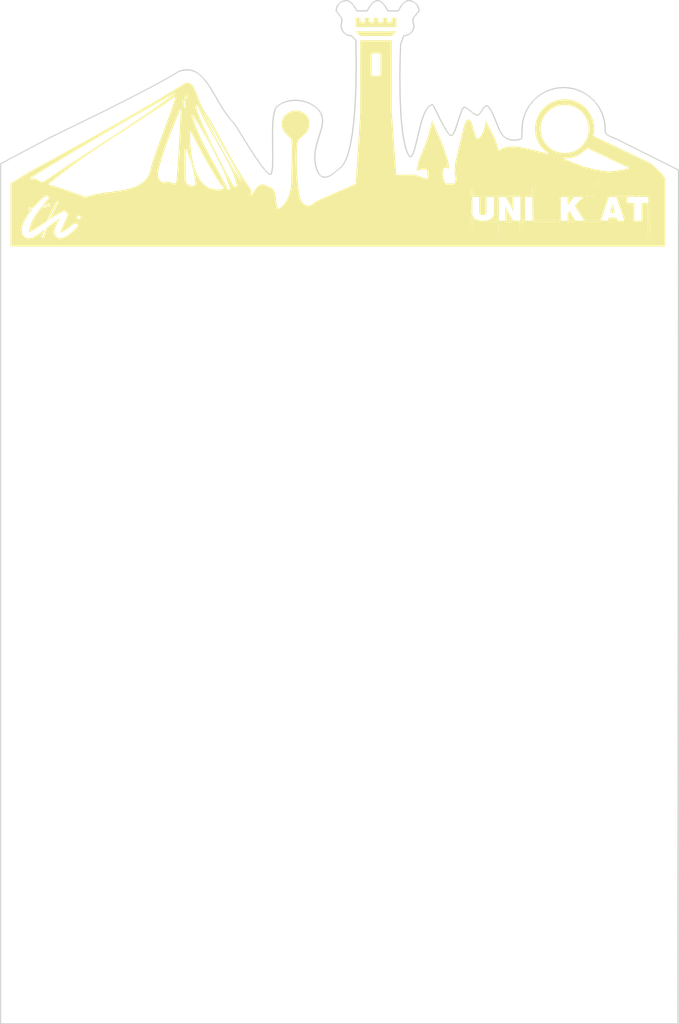
<source format=kicad_pcb>
(kicad_pcb (version 4) (host pcbnew 4.0.7)
  (layers (0 F.Cu signal) (31 B.Cu signal) (34 B.Paste user) (35 F.Paste user) (36 B.SilkS user) (37 F.SilkS user) (38 B.Mask user) (39 F.Mask user) (44 Edge.Cuts user))
  (net 0 "")
  (module LOGO (layer F.Cu) (at 0 0)
    (fp_text reference "G***" hide)
    (fp_text value "LOGO" hide)
  )
  (module LOGO (layer F.Cu) (at 0 0)
    (fp_text reference "G***" hide)
    (fp_text value "LOGO" hide)
  )
  (module LOGO (layer F.Cu) (at 0 0)
    (fp_text reference "G***" hide)
    (fp_text value "LOGO" hide)
  )
  (module LOGO (layer F.Cu) (at 0 0)
    (fp_text reference "G***" hide)
    (fp_text value "LOGO" hide)
  )
  (module LOGO (layer F.Cu) (at 0 0)
    (fp_text reference "G***" hide)
    (fp_text value "LOGO" hide)
  )
  (module LOGO (layer F.Cu) (at 0 0)
    (fp_text reference "G***" hide)
    (fp_text value "LOGO" hide)
  )
  (module LOGO (layer F.Cu) (at 0 0)
    (fp_text reference "G***" hide)
    (fp_text value "LOGO" hide)
  )
  (gr_line (start 5.001874 -38.303786) (end 4.961674 -37.075166) (layer Edge.Cuts) (width 0.1))
  (gr_line (start 4.961674 -37.075166) (end 4.943674 -35.784826) (layer Edge.Cuts) (width 0.1))
  (gr_line (start 4.943674 -35.784826) (end 4.955874 -34.261966) (layer Edge.Cuts) (width 0.1))
  (gr_line (start 4.955874 -34.261966) (end 4.980074 -33.464466) (layer Edge.Cuts) (width 0.1))
  (gr_line (start 4.980074 -33.464466) (end 5.019774 -32.670176) (layer Edge.Cuts) (width 0.1))
  (gr_line (start 5.019774 -32.670176) (end 5.077774 -31.899676) (layer Edge.Cuts) (width 0.1))
  (gr_line (start 5.077774 -31.899676) (end 5.156874 -31.173176) (layer Edge.Cuts) (width 0.1))
  (gr_line (start 5.156874 -31.173176) (end 5.259574 -30.511276) (layer Edge.Cuts) (width 0.1))
  (gr_line (start 5.259574 -30.511276) (end 5.388674 -29.934476) (layer Edge.Cuts) (width 0.1))
  (gr_line (start 5.388674 -29.934476) (end 5.463874 -29.684376) (layer Edge.Cuts) (width 0.1))
  (gr_line (start 5.463874 -29.684376) (end 5.546774 -29.463176) (layer Edge.Cuts) (width 0.1))
  (gr_line (start 5.546774 -29.463176) (end 5.637575 -29.273476) (layer Edge.Cuts) (width 0.1))
  (gr_line (start 5.637575 -29.273476) (end 5.736675 -29.117776) (layer Edge.Cuts) (width 0.1))
  (gr_line (start 5.736675 -29.117776) (end 5.793075 -29.110376) (layer Edge.Cuts) (width 0.1))
  (gr_line (start 5.793075 -29.110376) (end 5.846975 -29.128276) (layer Edge.Cuts) (width 0.1))
  (gr_line (start 5.846975 -29.128276) (end 5.898775 -29.169876) (layer Edge.Cuts) (width 0.1))
  (gr_line (start 5.898775 -29.169876) (end 5.948475 -29.233576) (layer Edge.Cuts) (width 0.1))
  (gr_line (start 5.948475 -29.233576) (end 6.043175 -29.420776) (layer Edge.Cuts) (width 0.1))
  (gr_line (start 6.043175 -29.420776) (end 6.133375 -29.676676) (layer Edge.Cuts) (width 0.1))
  (gr_line (start 6.133375 -29.676676) (end 6.308175 -30.342776) (layer Edge.Cuts) (width 0.1))
  (gr_line (start 6.308175 -30.342776) (end 6.490075 -31.127776) (layer Edge.Cuts) (width 0.1))
  (gr_line (start 6.490075 -31.127776) (end 6.695775 -31.927676) (layer Edge.Cuts) (width 0.1))
  (gr_line (start 6.695775 -31.927676) (end 6.812975 -32.300576) (layer Edge.Cuts) (width 0.1))
  (gr_line (start 6.812975 -32.300576) (end 6.942475 -32.638076) (layer Edge.Cuts) (width 0.1))
  (gr_line (start 6.942475 -32.638076) (end 7.086375 -32.927176) (layer Edge.Cuts) (width 0.1))
  (gr_line (start 7.086375 -32.927176) (end 7.246875 -33.154976) (layer Edge.Cuts) (width 0.1))
  (gr_line (start 7.246875 -33.154976) (end 7.333975 -33.241676) (layer Edge.Cuts) (width 0.1))
  (gr_line (start 7.333975 -33.241676) (end 7.426075 -33.308276) (layer Edge.Cuts) (width 0.1))
  (gr_line (start 7.426075 -33.308276) (end 7.523375 -33.352936) (layer Edge.Cuts) (width 0.1))
  (gr_line (start 7.523375 -33.352936) (end 7.626075 -33.374126) (layer Edge.Cuts) (width 0.1))
  (gr_line (start 7.626075 -33.374126) (end 7.697475 -33.266976) (layer Edge.Cuts) (width 0.1))
  (gr_line (start 7.697475 -33.266976) (end 7.843075 -32.980676) (layer Edge.Cuts) (width 0.1))
  (gr_line (start 7.843075 -32.980676) (end 8.276675 -32.109276) (layer Edge.Cuts) (width 0.1))
  (gr_line (start 8.276675 -32.109276) (end 8.524475 -31.643776) (layer Edge.Cuts) (width 0.1))
  (gr_line (start 8.524475 -31.643776) (end 8.766275 -31.237876) (layer Edge.Cuts) (width 0.1))
  (gr_line (start 8.766275 -31.237876) (end 8.878575 -31.075976) (layer Edge.Cuts) (width 0.1))
  (gr_line (start 8.878575 -31.075976) (end 8.981875 -30.951476) (layer Edge.Cuts) (width 0.1))
  (gr_line (start 8.981875 -30.951476) (end 9.073575 -30.871676) (layer Edge.Cuts) (width 0.1))
  (gr_line (start 9.073575 -30.871676) (end 9.151275 -30.844076) (layer Edge.Cuts) (width 0.1))
  (gr_line (start 9.151275 -30.844076) (end 9.221475 -30.872076) (layer Edge.Cuts) (width 0.1))
  (gr_line (start 9.221475 -30.872076) (end 9.292575 -30.949276) (layer Edge.Cuts) (width 0.1))
  (gr_line (start 9.292575 -30.949276) (end 9.364075 -31.068276) (layer Edge.Cuts) (width 0.1))
  (gr_line (start 9.364075 -31.068276) (end 9.435975 -31.222176) (layer Edge.Cuts) (width 0.1))
  (gr_line (start 9.435975 -31.222176) (end 9.579575 -31.605276) (layer Edge.Cuts) (width 0.1))
  (gr_line (start 9.579575 -31.605276) (end 9.721575 -32.041276) (layer Edge.Cuts) (width 0.1))
  (gr_line (start 9.721575 -32.041276) (end 9.859875 -32.472576) (layer Edge.Cuts) (width 0.1))
  (gr_line (start 9.859875 -32.472576) (end 9.992775 -32.841876) (layer Edge.Cuts) (width 0.1))
  (gr_line (start 9.992775 -32.841876) (end 10.056575 -32.985276) (layer Edge.Cuts) (width 0.1))
  (gr_line (start 10.056575 -32.985276) (end 10.118175 -33.091576) (layer Edge.Cuts) (width 0.1))
  (gr_line (start 10.118175 -33.091576) (end 10.177575 -33.153676) (layer Edge.Cuts) (width 0.1))
  (gr_line (start 10.177575 -33.153676) (end 10.234275 -33.164276) (layer Edge.Cuts) (width 0.1))
  (gr_line (start 10.234275 -33.164276) (end 10.367775 -33.110176) (layer Edge.Cuts) (width 0.1))
  (gr_line (start 10.367775 -33.110176) (end 10.492075 -33.038776) (layer Edge.Cuts) (width 0.1))
  (gr_line (start 10.492075 -33.038776) (end 10.725175 -32.864276) (layer Edge.Cuts) (width 0.1))
  (gr_line (start 10.725175 -32.864276) (end 10.957075 -32.680976) (layer Edge.Cuts) (width 0.1))
  (gr_line (start 10.957075 -32.680976) (end 11.079975 -32.598476) (layer Edge.Cuts) (width 0.1))
  (gr_line (start 11.079975 -32.598476) (end 11.211375 -32.528876) (layer Edge.Cuts) (width 0.1))
  (gr_line (start 11.211375 -32.528876) (end 11.278475 -32.513376) (layer Edge.Cuts) (width 0.1))
  (gr_line (start 11.278475 -32.513376) (end 11.343275 -32.525776) (layer Edge.Cuts) (width 0.1))
  (gr_line (start 11.343275 -32.525776) (end 11.405975 -32.561676) (layer Edge.Cuts) (width 0.1))
  (gr_line (start 11.405975 -32.561676) (end 11.467175 -32.616876) (layer Edge.Cuts) (width 0.1))
  (gr_line (start 11.467175 -32.616876) (end 11.585575 -32.767676) (layer Edge.Cuts) (width 0.1))
  (gr_line (start 11.585575 -32.767676) (end 11.701075 -32.943876) (layer Edge.Cuts) (width 0.1))
  (gr_line (start 11.701075 -32.943876) (end 11.815975 -33.110976) (layer Edge.Cuts) (width 0.1))
  (gr_line (start 11.815975 -33.110976) (end 11.932875 -33.234576) (layer Edge.Cuts) (width 0.1))
  (gr_line (start 11.932875 -33.234576) (end 11.992875 -33.269376) (layer Edge.Cuts) (width 0.1))
  (gr_line (start 11.992875 -33.269376) (end 12.054175 -33.280376) (layer Edge.Cuts) (width 0.1))
  (gr_line (start 12.054175 -33.280376) (end 12.117275 -33.263276) (layer Edge.Cuts) (width 0.1))
  (gr_line (start 12.117275 -33.263276) (end 12.182375 -33.213876) (layer Edge.Cuts) (width 0.1))
  (gr_line (start 12.182375 -33.213876) (end 12.311875 -33.055376) (layer Edge.Cuts) (width 0.1))
  (gr_line (start 12.311875 -33.055376) (end 12.435675 -32.854776) (layer Edge.Cuts) (width 0.1))
  (gr_line (start 12.435675 -32.854776) (end 12.554175 -32.621976) (layer Edge.Cuts) (width 0.1))
  (gr_line (start 12.554175 -32.621976) (end 12.668075 -32.366876) (layer Edge.Cuts) (width 0.1))
  (gr_line (start 12.668075 -32.366876) (end 13.085475 -31.322476) (layer Edge.Cuts) (width 0.1))
  (gr_line (start 13.085475 -31.322476) (end 13.196075 -31.101376) (layer Edge.Cuts) (width 0.1))
  (gr_line (start 13.196075 -31.101376) (end 13.321075 -30.920076) (layer Edge.Cuts) (width 0.1))
  (gr_line (start 13.321075 -30.920076) (end 13.457675 -30.775076) (layer Edge.Cuts) (width 0.1))
  (gr_line (start 13.457675 -30.775076) (end 13.602775 -30.662776) (layer Edge.Cuts) (width 0.1))
  (gr_line (start 13.602775 -30.662776) (end 13.753375 -30.579776) (layer Edge.Cuts) (width 0.1))
  (gr_line (start 13.753375 -30.579776) (end 13.906575 -30.522376) (layer Edge.Cuts) (width 0.1))
  (gr_line (start 13.906575 -30.522376) (end 14.059375 -30.487276) (layer Edge.Cuts) (width 0.1))
  (gr_line (start 14.059375 -30.487276) (end 14.208775 -30.470676) (layer Edge.Cuts) (width 0.1))
  (gr_line (start 14.208775 -30.470676) (end 14.485275 -30.479576) (layer Edge.Cuts) (width 0.1))
  (gr_line (start 14.485275 -30.479576) (end 14.712375 -30.520776) (layer Edge.Cuts) (width 0.1))
  (gr_line (start 14.712375 -30.520776) (end 14.922675 -30.587576) (layer Edge.Cuts) (width 0.1))
  (gr_line (start 14.922675 -30.587576) (end 14.957975 -31.371276) (layer Edge.Cuts) (width 0.1))
  (gr_line (start 14.957975 -31.371276) (end 14.975575 -31.719276) (layer Edge.Cuts) (width 0.1))
  (gr_line (start 14.975575 -31.719276) (end 15.027075 -32.057276) (layer Edge.Cuts) (width 0.1))
  (gr_line (start 15.027075 -32.057276) (end 15.110975 -32.383476) (layer Edge.Cuts) (width 0.1))
  (gr_line (start 15.110975 -32.383476) (end 15.225475 -32.696176) (layer Edge.Cuts) (width 0.1))
  (gr_line (start 15.225475 -32.696176) (end 15.368775 -32.993776) (layer Edge.Cuts) (width 0.1))
  (gr_line (start 15.368775 -32.993776) (end 15.539275 -33.274376) (layer Edge.Cuts) (width 0.1))
  (gr_line (start 15.539275 -33.274376) (end 15.735275 -33.536426) (layer Edge.Cuts) (width 0.1))
  (gr_line (start 15.735275 -33.536426) (end 15.954875 -33.778146) (layer Edge.Cuts) (width 0.1))
  (gr_line (start 15.954875 -33.778146) (end 16.196675 -33.997826) (layer Edge.Cuts) (width 0.1))
  (gr_line (start 16.196675 -33.997826) (end 16.458675 -34.193776) (layer Edge.Cuts) (width 0.1))
  (gr_line (start 16.458675 -34.193776) (end 16.739275 -34.364266) (layer Edge.Cuts) (width 0.1))
  (gr_line (start 16.739275 -34.364266) (end 17.036875 -34.507606) (layer Edge.Cuts) (width 0.1))
  (gr_line (start 17.036875 -34.507606) (end 17.349575 -34.622056) (layer Edge.Cuts) (width 0.1))
  (gr_line (start 17.349575 -34.622056) (end 17.675775 -34.705936) (layer Edge.Cuts) (width 0.1))
  (gr_line (start 17.675775 -34.705936) (end 18.013775 -34.757516) (layer Edge.Cuts) (width 0.1))
  (gr_line (start 18.013775 -34.757516) (end 18.361775 -34.775086) (layer Edge.Cuts) (width 0.1))
  (gr_line (start 18.361775 -34.775086) (end 18.709775 -34.757516) (layer Edge.Cuts) (width 0.1))
  (gr_line (start 18.709775 -34.757516) (end 19.047775 -34.705936) (layer Edge.Cuts) (width 0.1))
  (gr_line (start 19.047775 -34.705936) (end 19.373975 -34.622056) (layer Edge.Cuts) (width 0.1))
  (gr_line (start 19.373975 -34.622056) (end 19.686675 -34.507606) (layer Edge.Cuts) (width 0.1))
  (gr_line (start 19.686675 -34.507606) (end 19.984175 -34.364266) (layer Edge.Cuts) (width 0.1))
  (gr_line (start 19.984175 -34.364266) (end 20.264875 -34.193776) (layer Edge.Cuts) (width 0.1))
  (gr_line (start 20.264875 -34.193776) (end 20.526875 -33.997826) (layer Edge.Cuts) (width 0.1))
  (gr_line (start 20.526875 -33.997826) (end 20.768575 -33.778146) (layer Edge.Cuts) (width 0.1))
  (gr_line (start 20.768575 -33.778146) (end 20.988275 -33.536426) (layer Edge.Cuts) (width 0.1))
  (gr_line (start 20.988275 -33.536426) (end 21.184275 -33.274376) (layer Edge.Cuts) (width 0.1))
  (gr_line (start 21.184275 -33.274376) (end 21.354675 -32.993776) (layer Edge.Cuts) (width 0.1))
  (gr_line (start 21.354675 -32.993776) (end 21.498075 -32.696176) (layer Edge.Cuts) (width 0.1))
  (gr_line (start 21.498075 -32.696176) (end 21.612475 -32.383476) (layer Edge.Cuts) (width 0.1))
  (gr_line (start 21.612475 -32.383476) (end 21.696375 -32.057276) (layer Edge.Cuts) (width 0.1))
  (gr_line (start 21.696375 -32.057276) (end 21.747975 -31.719276) (layer Edge.Cuts) (width 0.1))
  (gr_line (start 21.747975 -31.719276) (end 21.765575 -31.371276) (layer Edge.Cuts) (width 0.1))
  (gr_line (start 21.765575 -31.371276) (end 21.765075 -31.284776) (layer Edge.Cuts) (width 0.1))
  (gr_line (start 21.765075 -31.284776) (end 21.774675 -31.193476) (layer Edge.Cuts) (width 0.1))
  (gr_line (start 21.774675 -31.193476) (end 21.799875 -31.084876) (layer Edge.Cuts) (width 0.1))
  (gr_line (start 21.799875 -31.084876) (end 21.859375 -30.988476) (layer Edge.Cuts) (width 0.1))
  (gr_line (start 21.859375 -30.988476) (end 21.965375 -30.896876) (layer Edge.Cuts) (width 0.1))
  (gr_line (start 21.965375 -30.896876) (end 22.101175 -30.812676) (layer Edge.Cuts) (width 0.1))
  (gr_line (start 22.101175 -30.812676) (end 22.249975 -30.738176) (layer Edge.Cuts) (width 0.1))
  (gr_line (start 22.249975 -30.738176) (end 22.519275 -30.628476) (layer Edge.Cuts) (width 0.1))
  (gr_line (start 22.519275 -30.628476) (end 22.638875 -30.587576) (layer Edge.Cuts) (width 0.1))
  (gr_line (start 22.638875 -30.587576) (end 22.638875 -30.587576) (layer Edge.Cuts) (width 0.1))
  (gr_line (start 22.638875 -30.587576) (end 27.783075 -28.015476) (layer Edge.Cuts) (width 0.1))
  (gr_line (start 27.783075 -28.015476) (end 27.731475 41.896526) (layer Edge.Cuts) (width 0.1))
  (gr_line (start 27.731475 41.896526) (end -27.783042 41.896526) (layer Edge.Cuts) (width 0.1))
  (gr_line (start -27.783042 41.896526) (end -27.783042 -28.537076) (layer Edge.Cuts) (width 0.1))
  (gr_line (start -27.783042 -28.537076) (end -23.700946 -30.701076) (layer Edge.Cuts) (width 0.1))
  (gr_line (start -23.700946 -30.701076) (end -22.386156 -31.333676) (layer Edge.Cuts) (width 0.1))
  (gr_line (start -22.386156 -31.333676) (end -19.317306 -32.838076) (layer Edge.Cuts) (width 0.1))
  (gr_line (start -19.317306 -32.838076) (end -17.535526 -33.732896) (layer Edge.Cuts) (width 0.1))
  (gr_line (start -17.535526 -33.732896) (end -15.807726 -34.624436) (layer Edge.Cuts) (width 0.1))
  (gr_line (start -15.807726 -34.624436) (end -14.298026 -35.438986) (layer Edge.Cuts) (width 0.1))
  (gr_line (start -14.298026 -35.438986) (end -13.676326 -35.794336) (layer Edge.Cuts) (width 0.1))
  (gr_line (start -13.676326 -35.794336) (end -13.170726 -36.102786) (layer Edge.Cuts) (width 0.1))
  (gr_line (start -13.170726 -36.102786) (end -12.961226 -36.167036) (layer Edge.Cuts) (width 0.1))
  (gr_line (start -12.961226 -36.167036) (end -12.761726 -36.207996) (layer Edge.Cuts) (width 0.1))
  (gr_line (start -12.761726 -36.207996) (end -12.571726 -36.226706) (layer Edge.Cuts) (width 0.1))
  (gr_line (start -12.571726 -36.226706) (end -12.390626 -36.224226) (layer Edge.Cuts) (width 0.1))
  (gr_line (start -12.390626 -36.224226) (end -12.217826 -36.201606) (layer Edge.Cuts) (width 0.1))
  (gr_line (start -12.217826 -36.201606) (end -12.052726 -36.159896) (layer Edge.Cuts) (width 0.1))
  (gr_line (start -12.052726 -36.159896) (end -11.894826 -36.100146) (layer Edge.Cuts) (width 0.1))
  (gr_line (start -11.894826 -36.100146) (end -11.743526 -36.023406) (layer Edge.Cuts) (width 0.1))
  (gr_line (start -11.743526 -36.023406) (end -11.598226 -35.930726) (layer Edge.Cuts) (width 0.1))
  (gr_line (start -11.598226 -35.930726) (end -11.458426 -35.823156) (layer Edge.Cuts) (width 0.1))
  (gr_line (start -11.458426 -35.823156) (end -11.193026 -35.567556) (layer Edge.Cuts) (width 0.1))
  (gr_line (start -11.193026 -35.567556) (end -10.942826 -35.265006) (layer Edge.Cuts) (width 0.1))
  (gr_line (start -10.942826 -35.265006) (end -10.703126 -34.923926) (layer Edge.Cuts) (width 0.1))
  (gr_line (start -10.703126 -34.923926) (end -10.469426 -34.552706) (layer Edge.Cuts) (width 0.1))
  (gr_line (start -10.469426 -34.552706) (end -10.237226 -34.159756) (layer Edge.Cuts) (width 0.1))
  (gr_line (start -10.237226 -34.159756) (end -9.759326 -33.342296) (layer Edge.Cuts) (width 0.1))
  (gr_line (start -9.759326 -33.342296) (end -9.504526 -32.934576) (layer Edge.Cuts) (width 0.1))
  (gr_line (start -9.504526 -32.934576) (end -9.233026 -32.538776) (layer Edge.Cuts) (width 0.1))
  (gr_line (start -9.233026 -32.538776) (end -8.940426 -32.163276) (layer Edge.Cuts) (width 0.1))
  (gr_line (start -8.940426 -32.163276) (end -8.622126 -31.816476) (layer Edge.Cuts) (width 0.1))
  (gr_line (start -8.622126 -31.816476) (end -8.220326 -31.178576) (layer Edge.Cuts) (width 0.1))
  (gr_line (start -8.220326 -31.178576) (end -7.397726 -29.855476) (layer Edge.Cuts) (width 0.1))
  (gr_line (start -7.397726 -29.855476) (end -6.928326 -29.134776) (layer Edge.Cuts) (width 0.1))
  (gr_line (start -6.928326 -29.134776) (end -6.473426 -28.480076) (layer Edge.Cuts) (width 0.1))
  (gr_line (start -6.473426 -28.480076) (end -6.072626 -27.970376) (layer Edge.Cuts) (width 0.1))
  (gr_line (start -6.072626 -27.970376) (end -5.905126 -27.794676) (layer Edge.Cuts) (width 0.1))
  (gr_line (start -5.905126 -27.794676) (end -5.766026 -27.684876) (layer Edge.Cuts) (width 0.1))
  (gr_line (start -5.766026 -27.684876) (end -5.708626 -27.664376) (layer Edge.Cuts) (width 0.1))
  (gr_line (start -5.708626 -27.664376) (end -5.659126 -27.675276) (layer Edge.Cuts) (width 0.1))
  (gr_line (start -5.659126 -27.675276) (end -5.617026 -27.715576) (layer Edge.Cuts) (width 0.1))
  (gr_line (start -5.617026 -27.715576) (end -5.581726 -27.783476) (layer Edge.Cuts) (width 0.1))
  (gr_line (start -5.581726 -27.783476) (end -5.529526 -27.994476) (layer Edge.Cuts) (width 0.1))
  (gr_line (start -5.529526 -27.994476) (end -5.497826 -28.293176) (layer Edge.Cuts) (width 0.1))
  (gr_line (start -5.497826 -28.293176) (end -5.479026 -29.093276) (layer Edge.Cuts) (width 0.1))
  (gr_line (start -5.479026 -29.093276) (end -5.490126 -30.063076) (layer Edge.Cuts) (width 0.1))
  (gr_line (start -5.490126 -30.063076) (end -5.495626 -31.081976) (layer Edge.Cuts) (width 0.1))
  (gr_line (start -5.495626 -31.081976) (end -5.485426 -31.572176) (layer Edge.Cuts) (width 0.1))
  (gr_line (start -5.485426 -31.572176) (end -5.460526 -32.029276) (layer Edge.Cuts) (width 0.1))
  (gr_line (start -5.460526 -32.029276) (end -5.416626 -32.438476) (layer Edge.Cuts) (width 0.1))
  (gr_line (start -5.416626 -32.438476) (end -5.349326 -32.784376) (layer Edge.Cuts) (width 0.1))
  (gr_line (start -5.349326 -32.784376) (end -5.254226 -33.052176) (layer Edge.Cuts) (width 0.1))
  (gr_line (start -5.254226 -33.052176) (end -5.194926 -33.151976) (layer Edge.Cuts) (width 0.1))
  (gr_line (start -5.194926 -33.151976) (end -5.126926 -33.226576) (layer Edge.Cuts) (width 0.1))
  (gr_line (start -5.126926 -33.226576) (end -4.935626 -33.369576) (layer Edge.Cuts) (width 0.1))
  (gr_line (start -4.935626 -33.369576) (end -4.730526 -33.487796) (layer Edge.Cuts) (width 0.1))
  (gr_line (start -4.730526 -33.487796) (end -4.513926 -33.581996) (layer Edge.Cuts) (width 0.1))
  (gr_line (start -4.513926 -33.581996) (end -4.288326 -33.652886) (layer Edge.Cuts) (width 0.1))
  (gr_line (start -4.288326 -33.652886) (end -4.055926 -33.701206) (layer Edge.Cuts) (width 0.1))
  (gr_line (start -4.055926 -33.701206) (end -3.819026 -33.727666) (layer Edge.Cuts) (width 0.1))
  (gr_line (start -3.819026 -33.727666) (end -3.580126 -33.732976) (layer Edge.Cuts) (width 0.1))
  (gr_line (start -3.580126 -33.732976) (end -3.341526 -33.717876) (layer Edge.Cuts) (width 0.1))
  (gr_line (start -3.341526 -33.717876) (end -3.105626 -33.683066) (layer Edge.Cuts) (width 0.1))
  (gr_line (start -3.105626 -33.683066) (end -2.874626 -33.629266) (layer Edge.Cuts) (width 0.1))
  (gr_line (start -2.874626 -33.629266) (end -2.650926 -33.557216) (layer Edge.Cuts) (width 0.1))
  (gr_line (start -2.650926 -33.557216) (end -2.436926 -33.467606) (layer Edge.Cuts) (width 0.1))
  (gr_line (start -2.436926 -33.467606) (end -2.235026 -33.361186) (layer Edge.Cuts) (width 0.1))
  (gr_line (start -2.235026 -33.361186) (end -2.047426 -33.238676) (layer Edge.Cuts) (width 0.1))
  (gr_line (start -2.047426 -33.238676) (end -1.876526 -33.100776) (layer Edge.Cuts) (width 0.1))
  (gr_line (start -1.876526 -33.100776) (end -1.724726 -32.948176) (layer Edge.Cuts) (width 0.1))
  (gr_line (start -1.724726 -32.948176) (end -1.560126 -32.721676) (layer Edge.Cuts) (width 0.1))
  (gr_line (start -1.560126 -32.721676) (end -1.455326 -32.487076) (layer Edge.Cuts) (width 0.1))
  (gr_line (start -1.455326 -32.487076) (end -1.402626 -32.243976) (layer Edge.Cuts) (width 0.1))
  (gr_line (start -1.402626 -32.243976) (end -1.394126 -31.992076) (layer Edge.Cuts) (width 0.1))
  (gr_line (start -1.394126 -31.992076) (end -1.422026 -31.731276) (layer Edge.Cuts) (width 0.1))
  (gr_line (start -1.422026 -31.731276) (end -1.478626 -31.461276) (layer Edge.Cuts) (width 0.1))
  (gr_line (start -1.478626 -31.461276) (end -1.646726 -30.892476) (layer Edge.Cuts) (width 0.1))
  (gr_line (start -1.646726 -30.892476) (end -1.836226 -30.283676) (layer Edge.Cuts) (width 0.1))
  (gr_line (start -1.836226 -30.283676) (end -1.919526 -29.963676) (layer Edge.Cuts) (width 0.1))
  (gr_line (start -1.919526 -29.963676) (end -1.984726 -29.632876) (layer Edge.Cuts) (width 0.1))
  (gr_line (start -1.984726 -29.632876) (end -2.024226 -29.291076) (layer Edge.Cuts) (width 0.1))
  (gr_line (start -2.024226 -29.291076) (end -2.030126 -28.937976) (layer Edge.Cuts) (width 0.1))
  (gr_line (start -2.030126 -28.937976) (end -1.994626 -28.573376) (layer Edge.Cuts) (width 0.1))
  (gr_line (start -1.994626 -28.573376) (end -1.910026 -28.196976) (layer Edge.Cuts) (width 0.1))
  (gr_line (start -1.910026 -28.196976) (end -1.814826 -27.931876) (layer Edge.Cuts) (width 0.1))
  (gr_line (start -1.814826 -27.931876) (end -1.705726 -27.730376) (layer Edge.Cuts) (width 0.1))
  (gr_line (start -1.705726 -27.730376) (end -1.585126 -27.586276) (layer Edge.Cuts) (width 0.1))
  (gr_line (start -1.585126 -27.586276) (end -1.455326 -27.493376) (layer Edge.Cuts) (width 0.1))
  (gr_line (start -1.455326 -27.493376) (end -1.318726 -27.445476) (layer Edge.Cuts) (width 0.1))
  (gr_line (start -1.318726 -27.445476) (end -1.177726 -27.436476) (layer Edge.Cuts) (width 0.1))
  (gr_line (start -1.177726 -27.436476) (end -1.034626 -27.460076) (layer Edge.Cuts) (width 0.1))
  (gr_line (start -1.034626 -27.460076) (end -0.891826 -27.510076) (layer Edge.Cuts) (width 0.1))
  (gr_line (start -0.891826 -27.510076) (end -0.751726 -27.580476) (layer Edge.Cuts) (width 0.1))
  (gr_line (start -0.751726 -27.580476) (end -0.616626 -27.664876) (layer Edge.Cuts) (width 0.1))
  (gr_line (start -0.616626 -27.664876) (end -0.371226 -27.851176) (layer Edge.Cuts) (width 0.1))
  (gr_line (start -0.371226 -27.851176) (end -0.174626 -28.019576) (layer Edge.Cuts) (width 0.1))
  (gr_line (start -0.174626 -28.019576) (end -0.045626 -28.120676) (layer Edge.Cuts) (width 0.1))
  (gr_line (start -0.045626 -28.120676) (end 0.111374 -28.238676) (layer Edge.Cuts) (width 0.1))
  (gr_line (start 0.111374 -28.238676) (end 0.256574 -28.403476) (layer Edge.Cuts) (width 0.1))
  (gr_line (start 0.256574 -28.403476) (end 0.390274 -28.611776) (layer Edge.Cuts) (width 0.1))
  (gr_line (start 0.390274 -28.611776) (end 0.513074 -28.860276) (layer Edge.Cuts) (width 0.1))
  (gr_line (start 0.513074 -28.860276) (end 0.625274 -29.145676) (layer Edge.Cuts) (width 0.1))
  (gr_line (start 0.625274 -29.145676) (end 0.727374 -29.464576) (layer Edge.Cuts) (width 0.1))
  (gr_line (start 0.727374 -29.464576) (end 0.819874 -29.813776) (layer Edge.Cuts) (width 0.1))
  (gr_line (start 0.819874 -29.813776) (end 0.903174 -30.189876) (layer Edge.Cuts) (width 0.1))
  (gr_line (start 0.903174 -30.189876) (end 1.044074 -31.009576) (layer Edge.Cuts) (width 0.1))
  (gr_line (start 1.044074 -31.009576) (end 1.153674 -31.897176) (layer Edge.Cuts) (width 0.1))
  (gr_line (start 1.153674 -31.897176) (end 1.235674 -32.826076) (layer Edge.Cuts) (width 0.1))
  (gr_line (start 1.235674 -32.826076) (end 1.293574 -33.769876) (layer Edge.Cuts) (width 0.1))
  (gr_line (start 1.293574 -33.769876) (end 1.331174 -34.701986) (layer Edge.Cuts) (width 0.1))
  (gr_line (start 1.331174 -34.701986) (end 1.351874 -35.595886) (layer Edge.Cuts) (width 0.1))
  (gr_line (start 1.351874 -35.595886) (end 1.357674 -37.162926) (layer Edge.Cuts) (width 0.1))
  (gr_line (start 1.357674 -37.162926) (end 1.339874 -38.258786) (layer Edge.Cuts) (width 0.1))
  (gr_line (start 1.339874 -38.258786) (end 1.327474 -38.671226) (layer Edge.Cuts) (width 0.1))
  (gr_line (start 1.327474 -38.671226) (end 0.963174 -39.018156) (layer Edge.Cuts) (width 0.1))
  (gr_line (start 0.963174 -39.018156) (end 0.792874 -39.035426) (layer Edge.Cuts) (width 0.1))
  (gr_line (start 0.792874 -39.035426) (end 0.634274 -39.084756) (layer Edge.Cuts) (width 0.1))
  (gr_line (start 0.634274 -39.084756) (end 0.490774 -39.162756) (layer Edge.Cuts) (width 0.1))
  (gr_line (start 0.490774 -39.162756) (end 0.365674 -39.266026) (layer Edge.Cuts) (width 0.1))
  (gr_line (start 0.365674 -39.266026) (end 0.262574 -39.391166) (layer Edge.Cuts) (width 0.1))
  (gr_line (start 0.262574 -39.391166) (end 0.184674 -39.534766) (layer Edge.Cuts) (width 0.1))
  (gr_line (start 0.184674 -39.534766) (end 0.135574 -39.693436) (layer Edge.Cuts) (width 0.1))
  (gr_line (start 0.135574 -39.693436) (end 0.118474 -39.863766) (layer Edge.Cuts) (width 0.1))
  (gr_line (start 0.118474 -39.863766) (end 0.166574 -40.071896) (layer Edge.Cuts) (width 0.1))
  (gr_line (start 0.166574 -40.071896) (end 0.187574 -40.231906) (layer Edge.Cuts) (width 0.1))
  (gr_line (start 0.187574 -40.231906) (end 0.181074 -40.359336) (layer Edge.Cuts) (width 0.1))
  (gr_line (start 0.181074 -40.359336) (end 0.146574 -40.469736) (layer Edge.Cuts) (width 0.1))
  (gr_line (start 0.146574 -40.469736) (end 0.083674 -40.578636) (layer Edge.Cuts) (width 0.1))
  (gr_line (start 0.083674 -40.578636) (end -0.007926 -40.701596) (layer Edge.Cuts) (width 0.1))
  (gr_line (start -0.007926 -40.701596) (end -0.279026 -41.051826) (layer Edge.Cuts) (width 0.1))
  (gr_line (start -0.279026 -41.051826) (end -0.261826 -41.222026) (layer Edge.Cuts) (width 0.1))
  (gr_line (start -0.261826 -41.222026) (end -0.212526 -41.380556) (layer Edge.Cuts) (width 0.1))
  (gr_line (start -0.212526 -41.380556) (end -0.134626 -41.524006) (layer Edge.Cuts) (width 0.1))
  (gr_line (start -0.134626 -41.524006) (end -0.031426 -41.649006) (layer Edge.Cuts) (width 0.1))
  (gr_line (start -0.031426 -41.649006) (end 0.093574 -41.752146) (layer Edge.Cuts) (width 0.1))
  (gr_line (start 0.093574 -41.752146) (end 0.236974 -41.830056) (layer Edge.Cuts) (width 0.1))
  (gr_line (start 0.236974 -41.830056) (end 0.395474 -41.879326) (layer Edge.Cuts) (width 0.1))
  (gr_line (start 0.395474 -41.879326) (end 0.565674 -41.896566) (layer Edge.Cuts) (width 0.1))
  (gr_line (start 0.565674 -41.896566) (end 0.652174 -41.887116) (layer Edge.Cuts) (width 0.1))
  (gr_line (start 0.652174 -41.887116) (end 0.736074 -41.860326) (layer Edge.Cuts) (width 0.1))
  (gr_line (start 0.736074 -41.860326) (end 0.894774 -41.764666) (layer Edge.Cuts) (width 0.1))
  (gr_line (start 0.894774 -41.764666) (end 1.038374 -41.629376) (layer Edge.Cuts) (width 0.1))
  (gr_line (start 1.038374 -41.629376) (end 1.163574 -41.474276) (layer Edge.Cuts) (width 0.1))
  (gr_line (start 1.163574 -41.474276) (end 1.344874 -41.183846) (layer Edge.Cuts) (width 0.1))
  (gr_line (start 1.344874 -41.183846) (end 1.411374 -41.051826) (layer Edge.Cuts) (width 0.1))
  (gr_line (start 1.411374 -41.051826) (end 2.265674 -41.051826) (layer Edge.Cuts) (width 0.1))
  (gr_line (start 2.265674 -41.051826) (end 2.332174 -41.183846) (layer Edge.Cuts) (width 0.1))
  (gr_line (start 2.332174 -41.183846) (end 2.513474 -41.474276) (layer Edge.Cuts) (width 0.1))
  (gr_line (start 2.513474 -41.474276) (end 2.638574 -41.629376) (layer Edge.Cuts) (width 0.1))
  (gr_line (start 2.638574 -41.629376) (end 2.782274 -41.764666) (layer Edge.Cuts) (width 0.1))
  (gr_line (start 2.782274 -41.764666) (end 2.940974 -41.860326) (layer Edge.Cuts) (width 0.1))
  (gr_line (start 2.940974 -41.860326) (end 3.024874 -41.887116) (layer Edge.Cuts) (width 0.1))
  (gr_line (start 3.024874 -41.887116) (end 3.111274 -41.896566) (layer Edge.Cuts) (width 0.1))
  (gr_line (start 3.111274 -41.896566) (end 3.197674 -41.887036) (layer Edge.Cuts) (width 0.1))
  (gr_line (start 3.197674 -41.887036) (end 3.281474 -41.860196) (layer Edge.Cuts) (width 0.1))
  (gr_line (start 3.281474 -41.860196) (end 3.440074 -41.764466) (layer Edge.Cuts) (width 0.1))
  (gr_line (start 3.440074 -41.764466) (end 3.583574 -41.629166) (layer Edge.Cuts) (width 0.1))
  (gr_line (start 3.583574 -41.629166) (end 3.708574 -41.474096) (layer Edge.Cuts) (width 0.1))
  (gr_line (start 3.708574 -41.474096) (end 3.889674 -41.183776) (layer Edge.Cuts) (width 0.1))
  (gr_line (start 3.889674 -41.183776) (end 3.956074 -41.051826) (layer Edge.Cuts) (width 0.1))
  (gr_line (start 3.956074 -41.051826) (end 4.811274 -41.051826) (layer Edge.Cuts) (width 0.1))
  (gr_line (start 4.811274 -41.051826) (end 4.877674 -41.183776) (layer Edge.Cuts) (width 0.1))
  (gr_line (start 4.877674 -41.183776) (end 5.058774 -41.474096) (layer Edge.Cuts) (width 0.1))
  (gr_line (start 5.058774 -41.474096) (end 5.183774 -41.629166) (layer Edge.Cuts) (width 0.1))
  (gr_line (start 5.183774 -41.629166) (end 5.327274 -41.764466) (layer Edge.Cuts) (width 0.1))
  (gr_line (start 5.327274 -41.764466) (end 5.485774 -41.860196) (layer Edge.Cuts) (width 0.1))
  (gr_line (start 5.485774 -41.860196) (end 5.569675 -41.887036) (layer Edge.Cuts) (width 0.1))
  (gr_line (start 5.569675 -41.887036) (end 5.655975 -41.896566) (layer Edge.Cuts) (width 0.1))
  (gr_line (start 5.655975 -41.896566) (end 5.826375 -41.879476) (layer Edge.Cuts) (width 0.1))
  (gr_line (start 5.826375 -41.879476) (end 5.984975 -41.830306) (layer Edge.Cuts) (width 0.1))
  (gr_line (start 5.984975 -41.830306) (end 6.128575 -41.752456) (layer Edge.Cuts) (width 0.1))
  (gr_line (start 6.128575 -41.752456) (end 6.253775 -41.649316) (layer Edge.Cuts) (width 0.1))
  (gr_line (start 6.253775 -41.649316) (end 6.356975 -41.524286) (layer Edge.Cuts) (width 0.1))
  (gr_line (start 6.356975 -41.524286) (end 6.434975 -41.380766) (layer Edge.Cuts) (width 0.1))
  (gr_line (start 6.434975 -41.380766) (end 6.484375 -41.222146) (layer Edge.Cuts) (width 0.1))
  (gr_line (start 6.484375 -41.222146) (end 6.501575 -41.051826) (layer Edge.Cuts) (width 0.1))
  (gr_line (start 6.501575 -41.051826) (end 6.385075 -40.889816) (layer Edge.Cuts) (width 0.1))
  (gr_line (start 6.385075 -40.889816) (end 6.270375 -40.754506) (layer Edge.Cuts) (width 0.1))
  (gr_line (start 6.270375 -40.754506) (end 6.166075 -40.634476) (layer Edge.Cuts) (width 0.1))
  (gr_line (start 6.166075 -40.634476) (end 6.080975 -40.518296) (layer Edge.Cuts) (width 0.1))
  (gr_line (start 6.080975 -40.518296) (end 6.023675 -40.394566) (layer Edge.Cuts) (width 0.1))
  (gr_line (start 6.023675 -40.394566) (end 6.002675 -40.251836) (layer Edge.Cuts) (width 0.1))
  (gr_line (start 6.002675 -40.251836) (end 6.026575 -40.078716) (layer Edge.Cuts) (width 0.1))
  (gr_line (start 6.026575 -40.078716) (end 6.104175 -39.863766) (layer Edge.Cuts) (width 0.1))
  (gr_line (start 6.104175 -39.863766) (end 6.087075 -39.693436) (layer Edge.Cuts) (width 0.1))
  (gr_line (start 6.087075 -39.693436) (end 6.037875 -39.534766) (layer Edge.Cuts) (width 0.1))
  (gr_line (start 6.037875 -39.534766) (end 5.960075 -39.391166) (layer Edge.Cuts) (width 0.1))
  (gr_line (start 5.960075 -39.391166) (end 5.856875 -39.266026) (layer Edge.Cuts) (width 0.1))
  (gr_line (start 5.856875 -39.266026) (end 5.731875 -39.162756) (layer Edge.Cuts) (width 0.1))
  (gr_line (start 5.731875 -39.162756) (end 5.588375 -39.084756) (layer Edge.Cuts) (width 0.1))
  (gr_line (start 5.588375 -39.084756) (end 5.429774 -39.035426) (layer Edge.Cuts) (width 0.1))
  (gr_line (start 5.429774 -39.035426) (end 5.259374 -39.018156) (layer Edge.Cuts) (width 0.1))
  (gr_line (start 5.259374 -39.018156) (end 5.001874 -38.303786) (layer Edge.Cuts) (width 0.1))
  (gr_line (start 5.001874 -38.303786) (end 5.001874 -38.303786) (layer Edge.Cuts) (width 0.1))
)
</source>
